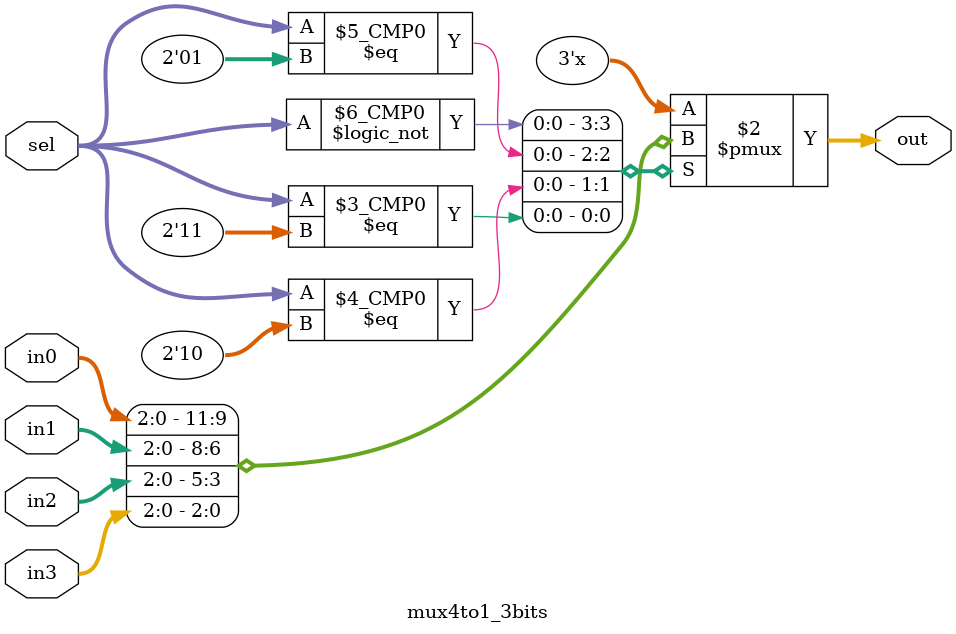
<source format=v>
module mux4to1_3bits(input [2:0] in0, input [2:0] in1, input [2:0] in2, input [2:0] in3, input [1:0] sel, output reg [2:0] out);

  always @ (in0, in1, in2, in3, sel)
    begin
      case (sel)
        2'b00: out = in0;
        2'b01: out = in1;
        2'b10: out = in2;
        2'b11: out = in3;
      endcase
    end

endmodule

</source>
